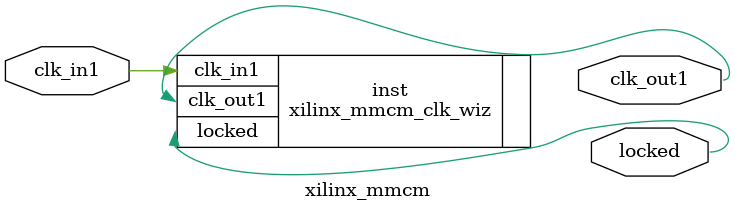
<source format=v>


`timescale 1ps/1ps

(* CORE_GENERATION_INFO = "xilinx_mmcm,clk_wiz_v6_0_4_0_0,{component_name=xilinx_mmcm,use_phase_alignment=true,use_min_o_jitter=false,use_max_i_jitter=false,use_dyn_phase_shift=false,use_inclk_switchover=false,use_dyn_reconfig=false,enable_axi=0,feedback_source=FDBK_AUTO,PRIMITIVE=MMCM,num_out_clk=1,clkin1_period=10.000,clkin2_period=10.000,use_power_down=false,use_reset=false,use_locked=true,use_inclk_stopped=false,feedback_type=SINGLE,CLOCK_MGR_TYPE=NA,manual_override=false}" *)

module xilinx_mmcm 
 (
  // Clock out ports
  output        clk_out1,
  // Status and control signals
  output        locked,
 // Clock in ports
  input         clk_in1
 );

  xilinx_mmcm_clk_wiz inst
  (
  // Clock out ports  
  .clk_out1(clk_out1),
  // Status and control signals               
  .locked(locked),
 // Clock in ports
  .clk_in1(clk_in1)
  );

endmodule

</source>
